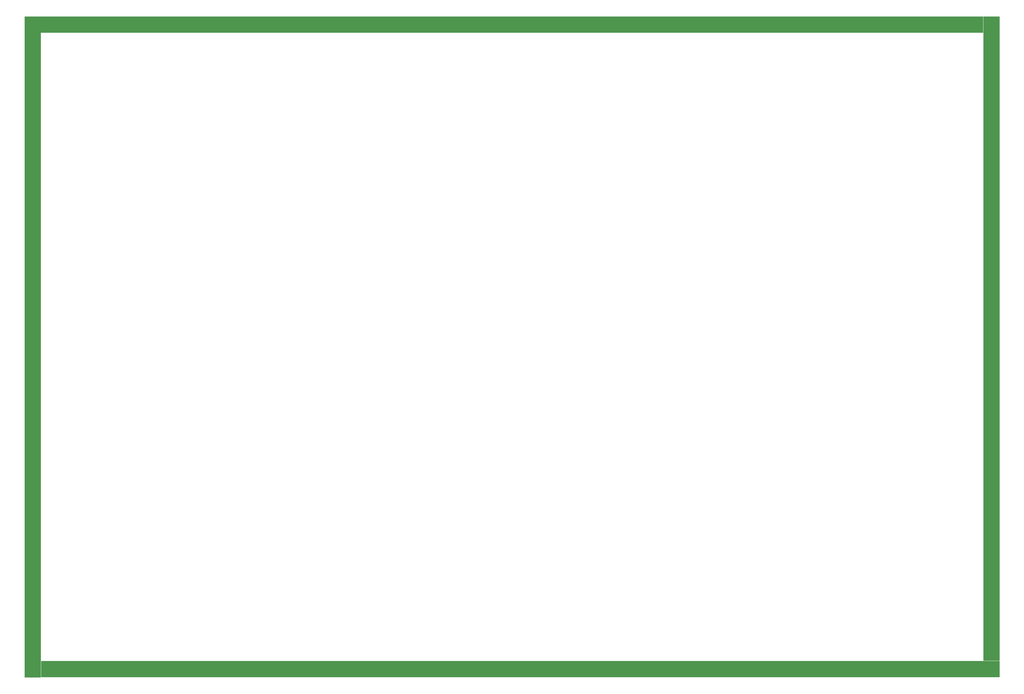
<source format=gko>
G04 Layer_Color=16711935*
%FSLAX24Y24*%
%MOIN*%
G70*
G01*
G75*
%ADD36R,11.2205X0.1969*%
%ADD37R,0.1969X7.6772*%
%ADD38R,11.4173X0.1969*%
%ADD39R,0.1969X7.8740*%
G54D36*
X2679Y60933D02*
D03*
G54D37*
X59766Y23531D02*
D03*
G54D38*
X3663Y-15839D02*
D03*
G54D39*
X-54407Y22547D02*
D03*
M02*

</source>
